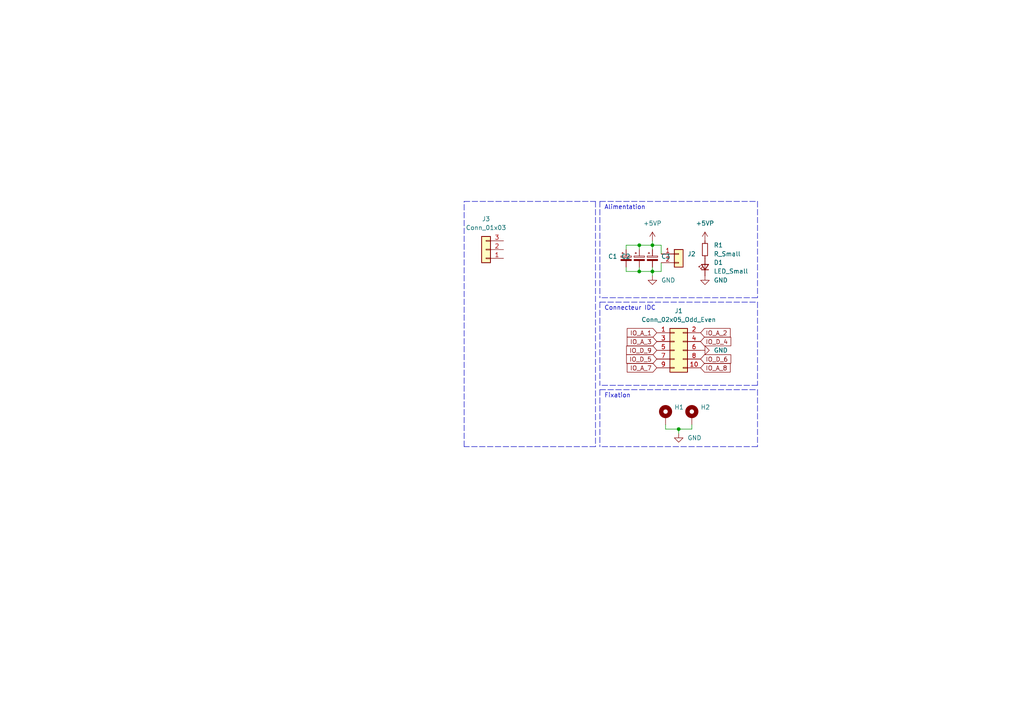
<source format=kicad_sch>
(kicad_sch (version 20211123) (generator eeschema)
  (paper "A4")
  (lib_symbols
    (symbol "Connector_Generic:Conn_01x02" (pin_names (offset 1.016) hide)
      (property "Reference" "J" (at 0 2.54 0))
      (property "Value" "Conn_01x02" (at 0 -5.08 0))
      (symbol "Conn_01x02_1_1"
        (rectangle (start -1.27 -2.413) (end 0 -2.667) (stroke (width 0.1524)))
        (rectangle (start -1.27 0.127) (end 0 -0.127) (stroke (width 0.1524)))
        (rectangle (start -1.27 1.27) (end 1.27 -3.81) (stroke (width 0.254)) (fill (type background)))
        (pin passive line (at -5.08 0 0) (length 3.81) (name "Pin_1") (number "1"))
        (pin passive line (at -5.08 -2.54 0) (length 3.81) (name "Pin_2") (number "2"))
      )
    )
    (symbol "Connector_Generic:Conn_01x03" (pin_names (offset 1.016) hide)
      (property "Reference" "J" (at 0 5.08 0))
      (property "Value" "Conn_01x03" (at 0 -5.08 0))
      (symbol "Conn_01x03_1_1"
        (rectangle (start -1.27 -2.413) (end 0 -2.667) (stroke (width 0.1524)))
        (rectangle (start -1.27 0.127) (end 0 -0.127) (stroke (width 0.1524)))
        (rectangle (start -1.27 2.667) (end 0 2.413) (stroke (width 0.1524)))
        (rectangle (start -1.27 3.81) (end 1.27 -3.81) (stroke (width 0.254)) (fill (type background)))
        (pin passive line (at -5.08 2.54 0) (length 3.81) (name "Pin_1") (number "1"))
        (pin passive line (at -5.08 0 0) (length 3.81) (name "Pin_2") (number "2"))
        (pin passive line (at -5.08 -2.54 0) (length 3.81) (name "Pin_3") (number "3"))
      )
    )
    (symbol "Connector_Generic:Conn_02x05_Odd_Even" (pin_names (offset 1.016) hide)
      (property "Reference" "J" (at 1.27 7.62 0))
      (property "Value" "Conn_02x05_Odd_Even" (at 1.27 -7.62 0))
      (symbol "Conn_02x05_Odd_Even_1_1"
        (rectangle (start -1.27 -4.953) (end 0 -5.207) (stroke (width 0.1524)))
        (rectangle (start -1.27 -2.413) (end 0 -2.667) (stroke (width 0.1524)))
        (rectangle (start -1.27 0.127) (end 0 -0.127) (stroke (width 0.1524)))
        (rectangle (start -1.27 2.667) (end 0 2.413) (stroke (width 0.1524)))
        (rectangle (start -1.27 5.207) (end 0 4.953) (stroke (width 0.1524)))
        (rectangle (start -1.27 6.35) (end 3.81 -6.35) (stroke (width 0.254)) (fill (type background)))
        (rectangle (start 3.81 -4.953) (end 2.54 -5.207) (stroke (width 0.1524)))
        (rectangle (start 3.81 -2.413) (end 2.54 -2.667) (stroke (width 0.1524)))
        (rectangle (start 3.81 0.127) (end 2.54 -0.127) (stroke (width 0.1524)))
        (rectangle (start 3.81 2.667) (end 2.54 2.413) (stroke (width 0.1524)))
        (rectangle (start 3.81 5.207) (end 2.54 4.953) (stroke (width 0.1524)))
        (pin passive line (at -5.08 5.08 0) (length 3.81) (name "Pin_1") (number "1"))
        (pin passive line (at 7.62 -5.08 180) (length 3.81) (name "Pin_10") (number "10"))
        (pin passive line (at 7.62 5.08 180) (length 3.81) (name "Pin_2") (number "2"))
        (pin passive line (at -5.08 2.54 0) (length 3.81) (name "Pin_3") (number "3"))
        (pin passive line (at 7.62 2.54 180) (length 3.81) (name "Pin_4") (number "4"))
        (pin passive line (at -5.08 0 0) (length 3.81) (name "Pin_5") (number "5"))
        (pin passive line (at 7.62 0 180) (length 3.81) (name "Pin_6") (number "6"))
        (pin passive line (at -5.08 -2.54 0) (length 3.81) (name "Pin_7") (number "7"))
        (pin passive line (at 7.62 -2.54 180) (length 3.81) (name "Pin_8") (number "8"))
        (pin passive line (at -5.08 -5.08 0) (length 3.81) (name "Pin_9") (number "9"))
      )
    )
    (symbol "Device:C_Polarized_Small" (pin_numbers hide) (pin_names (offset 0.254) hide)
      (property "Reference" "C" (at 0.254 1.778 0))
      (property "Value" "C_Polarized_Small" (at 0.254 -2.032 0))
      (symbol "C_Polarized_Small_0_1"
        (rectangle (start -1.524 -0.3048) (end 1.524 -0.6858) (fill (type outline)))
        (rectangle (start -1.524 0.6858) (end 1.524 0.3048))
        (polyline (pts (xy -1.27 1.524) (xy -0.762 1.524)))
        (polyline (pts (xy -1.016 1.27) (xy -1.016 1.778)))
      )
      (symbol "C_Polarized_Small_1_1"
        (pin passive line (at 0 2.54 270) (length 1.8542) (name "~") (number "1"))
        (pin passive line (at 0 -2.54 90) (length 1.8542) (name "~") (number "2"))
      )
    )
    (symbol "Device:LED_Small" (pin_numbers hide) (pin_names (offset 0.254) hide)
      (property "Reference" "D" (at -1.27 3.175 0))
      (property "Value" "LED_Small" (at -4.445 -2.54 0))
      (symbol "LED_Small_0_1"
        (polyline (pts (xy -0.762 -1.016) (xy -0.762 1.016)) (stroke (width 0.254)))
        (polyline (pts (xy 1.016 0) (xy -0.762 0)))
        (polyline (pts (xy 0.762 -1.016) (xy -0.762 0) (xy 0.762 1.016) (xy 0.762 -1.016)) (stroke (width 0.254)))
        (polyline (pts (xy 0 0.762) (xy -0.508 1.27) (xy -0.254 1.27) (xy -0.508 1.27) (xy -0.508 1.016)))
        (polyline (pts (xy 0.508 1.27) (xy 0 1.778) (xy 0.254 1.778) (xy 0 1.778) (xy 0 1.524)))
      )
      (symbol "LED_Small_1_1"
        (pin passive line (at -2.54 0 0) (length 1.778) (name "K") (number "1"))
        (pin passive line (at 2.54 0 180) (length 1.778) (name "A") (number "2"))
      )
    )
    (symbol "Device:R_Small" (pin_numbers hide) (pin_names (offset 0.254) hide)
      (property "Reference" "R" (at 0.762 0.508 0))
      (property "Value" "R_Small" (at 0.762 -1.016 0))
      (symbol "R_Small_0_1"
        (rectangle (start -0.762 1.778) (end 0.762 -1.778) (stroke (width 0.2032)))
      )
      (symbol "R_Small_1_1"
        (pin passive line (at 0 2.54 270) (length 0.762) (name "~") (number "1"))
        (pin passive line (at 0 -2.54 90) (length 0.762) (name "~") (number "2"))
      )
    )
    (symbol "Mechanical:MountingHole_Pad" (pin_numbers hide) (pin_names (offset 1.016) hide)
      (property "Reference" "H" (at 0 6.35 0))
      (property "Value" "MountingHole_Pad" (at 0 4.445 0))
      (symbol "MountingHole_Pad_0_1"
        (circle (center 0 1.27) (radius 1.27) (stroke (width 1.27)))
      )
      (symbol "MountingHole_Pad_1_1"
        (pin input line (at 0 -2.54 90) (length 2.54) (name "1") (number "1"))
      )
    )
    (symbol "power:+5VP" (power) (pin_names (offset 0))
      (property "Value" "+5VP" (at 0 3.556 0))
      (symbol "+5VP_0_1"
        (polyline (pts (xy -0.762 1.27) (xy 0 2.54)))
        (polyline (pts (xy 0 0) (xy 0 2.54)))
        (polyline (pts (xy 0 2.54) (xy 0.762 1.27)))
      )
      (symbol "+5VP_1_1"
        (pin power_in line (at 0 0 90) (length 0) hide (name "+5VP") (number "1"))
      )
    )
    (symbol "power:GND" (power) (pin_names (offset 0))
      (property "Value" "GND" (at 0 -3.81 0))
      (symbol "GND_0_1"
        (polyline (pts (xy 0 0) (xy 0 -1.27) (xy 1.27 -1.27) (xy 0 -2.54) (xy -1.27 -1.27) (xy 0 -1.27)))
      )
      (symbol "GND_1_1"
        (pin power_in line (at 0 0 270) (length 0) hide (name "GND") (number "1"))
      )
    )
  )
  (junction (at 185.42 71.12))
  (junction (at 196.85 124.46))
  (junction (at 189.23 78.74))
  (junction (at 185.42 78.74))
  (junction (at 189.23 71.12))
  (wire (pts (xy 185.42 71.12) (xy 189.23 71.12)))
  (polyline (pts (xy 219.71 58.42) (xy 219.71 86.36)))
  (polyline (pts (xy 134.62 129.54) (xy 134.62 58.42)))
  (wire (pts (xy 181.61 77.47) (xy 181.61 78.74)))
  (polyline (pts (xy 173.99 58.42) (xy 173.99 86.36)))
  (wire (pts (xy 185.42 72.39) (xy 185.42 71.12)))
  (wire (pts (xy 191.77 78.74) (xy 189.23 78.74)))
  (wire (pts (xy 189.23 71.12) (xy 189.23 72.39)))
  (polyline (pts (xy 173.99 87.63) (xy 219.71 87.63)))
  (polyline (pts (xy 219.71 87.63) (xy 219.71 111.76)))
  (polyline (pts (xy 219.71 86.36) (xy 173.99 86.36)))
  (wire (pts (xy 185.42 78.74) (xy 189.23 78.74)))
  (wire (pts (xy 196.85 124.46) (xy 200.66 124.46)))
  (wire (pts (xy 191.77 76.2) (xy 191.77 78.74)))
  (wire (pts (xy 189.23 78.74) (xy 189.23 80.01)))
  (wire (pts (xy 181.61 78.74) (xy 185.42 78.74)))
  (wire (pts (xy 193.04 124.46) (xy 196.85 124.46)))
  (polyline (pts (xy 172.72 129.54) (xy 134.62 129.54)))
  (wire (pts (xy 189.23 77.47) (xy 189.23 78.74)))
  (wire (pts (xy 181.61 71.12) (xy 185.42 71.12)))
  (polyline (pts (xy 173.99 113.03) (xy 219.71 113.03)))
  (wire (pts (xy 200.66 124.46) (xy 200.66 123.19)))
  (wire (pts (xy 196.85 124.46) (xy 196.85 125.73)))
  (polyline (pts (xy 219.71 129.54) (xy 173.99 129.54)))
  (wire (pts (xy 191.77 73.66) (xy 191.77 71.12)))
  (wire (pts (xy 181.61 72.39) (xy 181.61 71.12)))
  (polyline (pts (xy 173.99 58.42) (xy 219.71 58.42)))
  (polyline (pts (xy 173.99 113.03) (xy 173.99 129.54)))
  (polyline (pts (xy 134.62 58.42) (xy 172.72 58.42)))
  (polyline (pts (xy 219.71 111.76) (xy 173.99 111.76)))
  (wire (pts (xy 189.23 69.85) (xy 189.23 71.12)))
  (polyline (pts (xy 173.99 87.63) (xy 173.99 111.76)))
  (wire (pts (xy 193.04 123.19) (xy 193.04 124.46)))
  (wire (pts (xy 189.23 71.12) (xy 191.77 71.12)))
  (polyline (pts (xy 172.72 58.42) (xy 172.72 129.54)))
  (wire (pts (xy 185.42 77.47) (xy 185.42 78.74)))
  (polyline (pts (xy 219.71 113.03) (xy 219.71 129.54)))
  (text "Alimentation" (at 175.26 60.96 0) (effects (font (size 1.27 1.27)) (justify left bottom)))
  (text "Fixation" (at 175.26 115.57 0) (effects (font (size 1.27 1.27)) (justify left bottom)))
  (text "Connecteur IDC" (at 175.26 90.17 0) (effects (font (size 1.27 1.27)) (justify left bottom)))
  (global_label "IO_D_4" (shape input) (at 203.2 99.06 0) (property "Intersheet References" "${INTERSHEET_REFS}" (effects hide)))
  (global_label "IO_D_9" (shape input) (at 190.5 101.6 180) (property "Intersheet References" "${INTERSHEET_REFS}" (effects hide)))
  (global_label "IO_A_2" (shape input) (at 203.2 96.52 0) (property "Intersheet References" "${INTERSHEET_REFS}" (effects hide)))
  (global_label "IO_A_7" (shape input) (at 190.5 106.68 180) (property "Intersheet References" "${INTERSHEET_REFS}" (effects hide)))
  (global_label "IO_A_3" (shape input) (at 190.5 99.06 180) (property "Intersheet References" "${INTERSHEET_REFS}" (effects hide)))
  (global_label "IO_A_8" (shape input) (at 203.2 106.68 0) (property "Intersheet References" "${INTERSHEET_REFS}" (effects hide)))
  (global_label "IO_D_6" (shape input) (at 203.2 104.14 0) (property "Intersheet References" "${INTERSHEET_REFS}" (effects hide)))
  (global_label "IO_D_5" (shape input) (at 190.5 104.14 180) (property "Intersheet References" "${INTERSHEET_REFS}" (effects hide)))
  (global_label "IO_A_1" (shape input) (at 190.5 96.52 180) (property "Intersheet References" "${INTERSHEET_REFS}" (effects hide)))
  (symbol (lib_id "power:GND") (at 196.85 125.73 0) (unit 1)
    (property "Reference" "#PWR0106" (effects hide))
    (property "Value" "GND" (at 199.39 126.9999 0) (effects (justify left)))
  )
  (symbol (lib_id "Device:R_Small") (at 204.47 72.39 0) (unit 1)
    (property "Reference" "R1" (at 207.01 71.1199 0) (effects (justify left)))
    (property "Value" "R_Small" (at 207.01 73.6599 0) (effects (justify left)))
    (property "Footprint" "Resistor_SMD:R_1206_3216Metric_Pad1.30x1.75mm_HandSolder" (effects hide))
  )
  (symbol (lib_id "Connector_Generic:Conn_01x02") (at 196.85 73.66 0) (unit 1)
    (property "Reference" "J2" (at 199.39 73.6599 0) (effects (justify left)))
    (property "Value" "Conn_01x02" (effects hide))
    (property "Footprint" "Connector_Molex:Molex_KK-396_A-41791-0002_1x02_P3.96mm_Vertical" (effects hide))
  )
  (symbol (lib_id "power:GND") (at 203.2 101.6 90) (unit 1)
    (property "Reference" "#PWR0102" (effects hide))
    (property "Value" "GND" (at 207.01 101.5999 90) (effects (justify right)))
  )
  (symbol (lib_id "Device:C_Polarized_Small") (at 181.61 74.93 0) (unit 1)
    (property "Reference" "C1" (at 179.07 74.3838 0) (effects (justify right)))
    (property "Value" "C_Polarized_Small" (effects hide))
    (property "Footprint" "Capacitor_THT:CP_Radial_D10.0mm_P5.00mm" (effects hide))
  )
  (symbol (lib_id "Mechanical:MountingHole_Pad") (at 200.66 120.65 0) (unit 1)
    (property "Reference" "H2" (at 203.2 118.1099 0) (effects (justify left)))
    (property "Value" "MountingHole_Pad" (effects hide))
    (property "Footprint" "MountingHole:MountingHole_3.2mm_M3_Pad_Via" (effects hide))
  )
  (symbol (lib_id "Device:C_Polarized_Small") (at 189.23 74.93 0) (unit 1)
    (property "Reference" "C3" (at 191.77 74.3838 0) (effects (justify left)))
    (property "Value" "C_Polarized_Small" (effects hide))
    (property "Footprint" "Capacitor_THT:CP_Radial_D5.0mm_P2.00mm" (effects hide))
  )
  (symbol (lib_id "power:+5VP") (at 204.47 69.85 0) (unit 1)
    (property "Reference" "#PWR0104" (effects hide))
    (property "Value" "+5VP" (at 204.47 64.77 0))
  )
  (symbol (lib_id "power:GND") (at 189.23 80.01 0) (unit 1)
    (property "Reference" "#PWR0103" (effects hide))
    (property "Value" "GND" (at 191.77 81.2799 0) (effects (justify left)))
  )
  (symbol (lib_id "Device:C_Polarized_Small") (at 185.42 74.93 0) (unit 1)
    (property "Reference" "C2" (at 182.88 74.3838 0) (effects (justify right)))
    (property "Value" "C_Polarized_Small" (effects hide))
    (property "Footprint" "Capacitor_THT:CP_Radial_D8.0mm_P3.80mm" (effects hide))
  )
  (symbol (lib_id "Connector_Generic:Conn_02x05_Odd_Even") (at 195.58 101.6 0) (unit 1)
    (property "Reference" "J1" (at 196.85 90.17 0))
    (property "Value" "Conn_02x05_Odd_Even" (at 196.85 92.71 0))
    (property "Footprint" "Connector_IDC:IDC-Header_2x05_P2.54mm_Vertical" (effects hide))
  )
  (symbol (lib_id "Device:LED_Small") (at 204.47 77.47 90) (unit 1)
    (property "Reference" "D1" (at 207.01 76.1364 90) (effects (justify right)))
    (property "Value" "LED_Small" (at 207.01 78.6764 90) (effects (justify right)))
    (property "Footprint" "LED_SMD:LED_1206_3216Metric_Pad1.42x1.75mm_HandSolder" (effects hide))
  )
  (symbol (lib_id "Mechanical:MountingHole_Pad") (at 193.04 120.65 0) (unit 1)
    (property "Reference" "H1" (at 195.58 118.1099 0) (effects (justify left)))
    (property "Value" "MountingHole_Pad" (effects hide))
    (property "Footprint" "MountingHole:MountingHole_3.2mm_M3_Pad_Via" (effects hide))
  )
  (symbol (lib_id "power:GND") (at 204.47 80.01 0) (unit 1)
    (property "Reference" "#PWR0105" (effects hide))
    (property "Value" "GND" (at 207.01 81.2799 0) (effects (justify left)))
  )
  (symbol (lib_id "Connector_Generic:Conn_01x03") (at 140.97 72.39 180) (unit 1)
    (property "Reference" "J3" (at 140.97 63.5 0))
    (property "Value" "Conn_01x03" (at 140.97 66.04 0))
  )
  (symbol (lib_id "power:+5VP") (at 189.23 69.85 0) (unit 1)
    (property "Reference" "#PWR0101" (effects hide))
    (property "Value" "+5VP" (at 189.23 64.77 0))
  )
)
</source>
